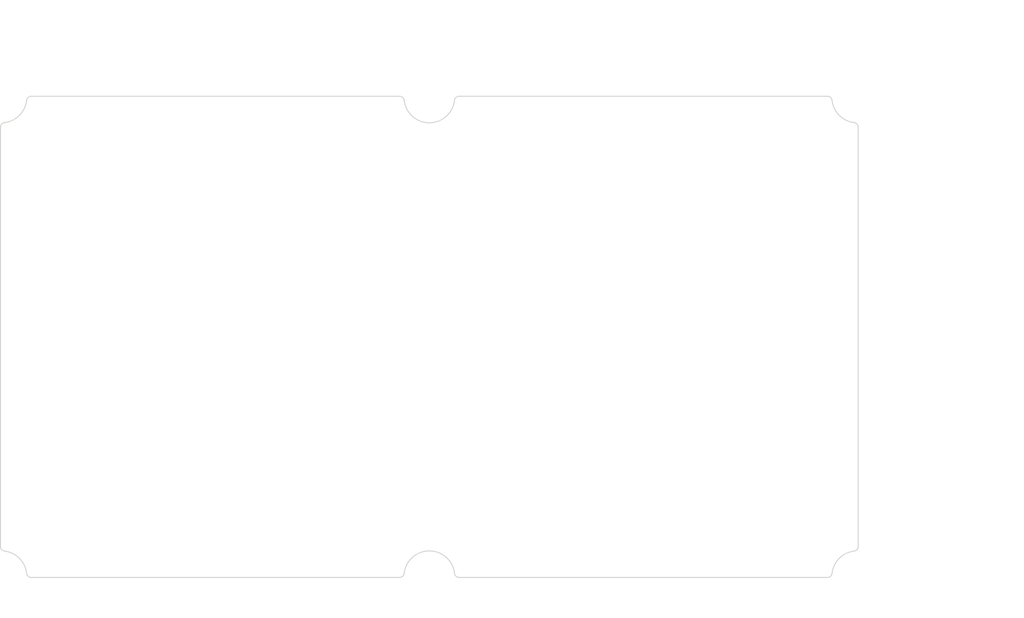
<source format=kicad_pcb>
(kicad_pcb (version 20171130) (host pcbnew "(5.1.0)-1")

  (general
    (thickness 1.6)
    (drawings 66)
    (tracks 0)
    (zones 0)
    (modules 0)
    (nets 1)
  )

  (page A4)
  (layers
    (0 F.Cu signal)
    (31 B.Cu signal)
    (32 B.Adhes user)
    (33 F.Adhes user)
    (34 B.Paste user)
    (35 F.Paste user)
    (36 B.SilkS user)
    (37 F.SilkS user)
    (38 B.Mask user)
    (39 F.Mask user)
    (40 Dwgs.User user)
    (41 Cmts.User user)
    (42 Eco1.User user)
    (43 Eco2.User user)
    (44 Edge.Cuts user)
    (45 Margin user)
    (46 B.CrtYd user)
    (47 F.CrtYd user)
    (48 B.Fab user)
    (49 F.Fab user)
  )

  (setup
    (last_trace_width 0.25)
    (trace_clearance 0.2)
    (zone_clearance 0.508)
    (zone_45_only no)
    (trace_min 0.2)
    (via_size 0.8)
    (via_drill 0.4)
    (via_min_size 0.4)
    (via_min_drill 0.3)
    (uvia_size 0.3)
    (uvia_drill 0.1)
    (uvias_allowed no)
    (uvia_min_size 0.2)
    (uvia_min_drill 0.1)
    (edge_width 0.05)
    (segment_width 0.2)
    (pcb_text_width 0.3)
    (pcb_text_size 1.5 1.5)
    (mod_edge_width 0.12)
    (mod_text_size 1 1)
    (mod_text_width 0.15)
    (pad_size 1.524 1.524)
    (pad_drill 0.762)
    (pad_to_mask_clearance 0.051)
    (solder_mask_min_width 0.25)
    (aux_axis_origin 0 0)
    (visible_elements FFFFFF7F)
    (pcbplotparams
      (layerselection 0x010fc_ffffffff)
      (usegerberextensions false)
      (usegerberattributes false)
      (usegerberadvancedattributes false)
      (creategerberjobfile false)
      (excludeedgelayer true)
      (linewidth 0.152400)
      (plotframeref false)
      (viasonmask false)
      (mode 1)
      (useauxorigin false)
      (hpglpennumber 1)
      (hpglpenspeed 20)
      (hpglpendiameter 15.000000)
      (psnegative false)
      (psa4output false)
      (plotreference true)
      (plotvalue true)
      (plotinvisibletext false)
      (padsonsilk false)
      (subtractmaskfromsilk false)
      (outputformat 1)
      (mirror false)
      (drillshape 1)
      (scaleselection 1)
      (outputdirectory ""))
  )

  (net 0 "")

  (net_class Default "This is the default net class."
    (clearance 0.2)
    (trace_width 0.25)
    (via_dia 0.8)
    (via_drill 0.4)
    (uvia_dia 0.3)
    (uvia_drill 0.1)
  )

  (gr_line (start 144.034743 149.560215) (end 222.34463 149.560215) (layer Edge.Cuts) (width 0.2))
  (gr_arc (start 137.689687 149.298411) (end 143.041443 148.675777) (angle -166.7278545) (layer Edge.Cuts) (width 0.2))
  (gr_line (start 228.90149 142.959372) (end 228.90149 53.737451) (layer Edge.Cuts) (width 0.2))
  (gr_arc (start 228.689687 149.298411) (end 228.02488 143.95173) (angle -76.27614334) (layer Edge.Cuts) (width 0.2))
  (gr_arc (start 222.34463 148.560215) (end 222.34463 149.560215) (angle -83.36392727) (layer Edge.Cuts) (width 0.2))
  (gr_arc (start 144.034743 148.560215) (end 143.041443 148.675777) (angle -83.36392727) (layer Edge.Cuts) (width 0.2))
  (gr_arc (start 227.90149 142.959372) (end 228.02488 143.95173) (angle -82.91221607) (layer Edge.Cuts) (width 0.2))
  (gr_arc (start 137.689687 47.398411) (end 132.33793 48.021045) (angle -166.7278545) (layer Edge.Cuts) (width 0.2))
  (gr_arc (start 144.034743 48.136608) (end 144.034743 47.136608) (angle -83.36392727) (layer Edge.Cuts) (width 0.2))
  (gr_line (start 144.034743 47.136608) (end 222.34463 47.136608) (layer Edge.Cuts) (width 0.2))
  (gr_arc (start 222.34463 48.136608) (end 223.33793 48.021045) (angle -83.36392727) (layer Edge.Cuts) (width 0.2))
  (gr_arc (start 228.689687 47.398411) (end 223.33793 48.021045) (angle -76.27614334) (layer Edge.Cuts) (width 0.2))
  (gr_arc (start 227.90149 53.737451) (end 228.90149 53.737451) (angle -82.91221607) (layer Edge.Cuts) (width 0.2))
  (gr_line (start 46.477883 53.737451) (end 46.477883 142.959372) (layer Edge.Cuts) (width 0.2))
  (gr_arc (start 131.34463 148.560215) (end 131.34463 149.560215) (angle -83.36392727) (layer Edge.Cuts) (width 0.2))
  (gr_line (start 131.34463 149.560215) (end 53.034743 149.560215) (layer Edge.Cuts) (width 0.2))
  (gr_arc (start 53.034743 148.560215) (end 52.041443 148.675777) (angle -83.36392727) (layer Edge.Cuts) (width 0.2))
  (gr_arc (start 46.689687 149.298411) (end 52.041443 148.675777) (angle -76.27614334) (layer Edge.Cuts) (width 0.2))
  (gr_arc (start 47.477883 142.959372) (end 46.477883 142.959372) (angle -82.91221607) (layer Edge.Cuts) (width 0.2))
  (gr_arc (start 131.34463 48.136608) (end 132.33793 48.021045) (angle -83.36392727) (layer Edge.Cuts) (width 0.2))
  (gr_line (start 131.34463 47.136608) (end 53.034743 47.136608) (layer Edge.Cuts) (width 0.2))
  (gr_arc (start 53.034743 48.136608) (end 53.034743 47.136608) (angle -83.36392727) (layer Edge.Cuts) (width 0.2))
  (gr_arc (start 46.689687 47.398411) (end 47.354493 52.745093) (angle -76.27614334) (layer Edge.Cuts) (width 0.2))
  (gr_arc (start 47.477883 53.737451) (end 47.354493 52.745093) (angle -82.91221607) (layer Edge.Cuts) (width 0.2))
  (gr_text [.01] (at 127.137866 57.260205) (layer Dwgs.User)
    (effects (font (size 1.7 1.53) (thickness 0.2125)))
  )
  (gr_text " .26" (at 127.137866 53.70277) (layer Dwgs.User)
    (effects (font (size 1.7 1.53) (thickness 0.2125)))
  )
  (gr_line (start 132.090697 55.370744) (end 130.090697 55.370744) (layer Dwgs.User) (width 0.2))
  (gr_line (start 132.090697 49.398411) (end 132.090697 55.370744) (layer Dwgs.User) (width 0.2))
  (gr_line (start 132.090697 45.136608) (end 132.090697 43.136608) (layer Dwgs.User) (width 0.2))
  (gr_line (start 136.689687 47.398411) (end 128.915697 47.398411) (layer Dwgs.User) (width 0.2))
  (gr_text [R0.21] (at 153.320842 59.734674) (layer Dwgs.User)
    (effects (font (size 1.7 1.53) (thickness 0.2125)))
  )
  (gr_text " R5.39" (at 153.320842 56.176659) (layer Dwgs.User)
    (effects (font (size 1.7 1.53) (thickness 0.2125)))
  )
  (gr_line (start 146.850071 57.845213) (end 142.560472 52.953214) (layer Dwgs.User) (width 0.2))
  (gr_line (start 148.850071 57.845213) (end 146.850071 57.845213) (layer Dwgs.User) (width 0.2))
  (gr_text [R0.04] (at 235.019811 156.868691) (layer Dwgs.User)
    (effects (font (size 1.7 1.53) (thickness 0.2125)))
  )
  (gr_text " R1.00" (at 235.019811 153.311256) (layer Dwgs.User)
    (effects (font (size 1.7 1.53) (thickness 0.2125)))
  )
  (gr_line (start 228.54904 154.97923) (end 224.429585 150.717287) (layer Dwgs.User) (width 0.2))
  (gr_line (start 230.54904 154.97923) (end 228.54904 154.97923) (layer Dwgs.User) (width 0.2))
  (gr_text [R0.21] (at 212.678016 141.069536) (layer Dwgs.User)
    (effects (font (size 1.7 1.53) (thickness 0.2125)))
  )
  (gr_text " R5.39" (at 212.678016 137.511521) (layer Dwgs.User)
    (effects (font (size 1.7 1.53) (thickness 0.2125)))
  )
  (gr_line (start 219.148787 139.180075) (end 223.621312 143.923287) (layer Dwgs.User) (width 0.2))
  (gr_line (start 217.148787 139.180075) (end 219.148787 139.180075) (layer Dwgs.User) (width 0.2))
  (gr_text [3.16] (at 183.189687 39.910507) (layer Dwgs.User)
    (effects (font (size 1.7 1.53) (thickness 0.2125)))
  )
  (gr_text " 80.30" (at 183.189687 36.352491) (layer Dwgs.User)
    (effects (font (size 1.7 1.53) (thickness 0.2125)))
  )
  (gr_line (start 221.33793 38.021045) (end 187.234298 38.021045) (layer Dwgs.User) (width 0.2))
  (gr_line (start 145.041443 38.021045) (end 179.145075 38.021045) (layer Dwgs.User) (width 0.2))
  (gr_line (start 223.33793 47.021045) (end 223.33793 34.846045) (layer Dwgs.User) (width 0.2))
  (gr_line (start 143.041443 47.021045) (end 143.041443 34.846045) (layer Dwgs.User) (width 0.2))
  (gr_text [7.18] (at 137.689687 31.815676) (layer Dwgs.User)
    (effects (font (size 1.7 1.53) (thickness 0.2125)))
  )
  (gr_text " 182.42" (at 137.689687 28.258241) (layer Dwgs.User)
    (effects (font (size 1.7 1.53) (thickness 0.2125)))
  )
  (gr_line (start 48.477883 29.926215) (end 132.990471 29.926215) (layer Dwgs.User) (width 0.2))
  (gr_line (start 226.90149 29.926215) (end 142.388902 29.926215) (layer Dwgs.User) (width 0.2))
  (gr_line (start 46.477883 52.737451) (end 46.477883 26.751215) (layer Dwgs.User) (width 0.2))
  (gr_line (start 228.90149 52.737451) (end 228.90149 26.751215) (layer Dwgs.User) (width 0.2))
  (gr_text [3.59] (at 246.343847 100.237872) (layer Dwgs.User)
    (effects (font (size 1.7 1.53) (thickness 0.2125)))
  )
  (gr_text " 91.21" (at 246.343847 96.680437) (layer Dwgs.User)
    (effects (font (size 1.7 1.53) (thickness 0.2125)))
  )
  (gr_line (start 246.343847 54.745093) (end 246.343847 94.790976) (layer Dwgs.User) (width 0.2))
  (gr_line (start 246.343847 141.95173) (end 246.343847 101.905847) (layer Dwgs.User) (width 0.2))
  (gr_line (start 229.02488 52.745093) (end 249.518847 52.745093) (layer Dwgs.User) (width 0.2))
  (gr_line (start 229.02488 143.95173) (end 249.518847 143.95173) (layer Dwgs.User) (width 0.2))
  (gr_text [4.03] (at 259.416257 100.237872) (layer Dwgs.User)
    (effects (font (size 1.7 1.53) (thickness 0.2125)))
  )
  (gr_text " 102.42" (at 259.416257 96.680437) (layer Dwgs.User)
    (effects (font (size 1.7 1.53) (thickness 0.2125)))
  )
  (gr_line (start 259.416257 147.560215) (end 259.416257 101.905847) (layer Dwgs.User) (width 0.2))
  (gr_line (start 259.416257 49.136608) (end 259.416257 94.790976) (layer Dwgs.User) (width 0.2))
  (gr_line (start 223.34463 149.560215) (end 262.591257 149.560215) (layer Dwgs.User) (width 0.2))
  (gr_line (start 223.34463 47.136608) (end 262.591257 47.136608) (layer Dwgs.User) (width 0.2))

)

</source>
